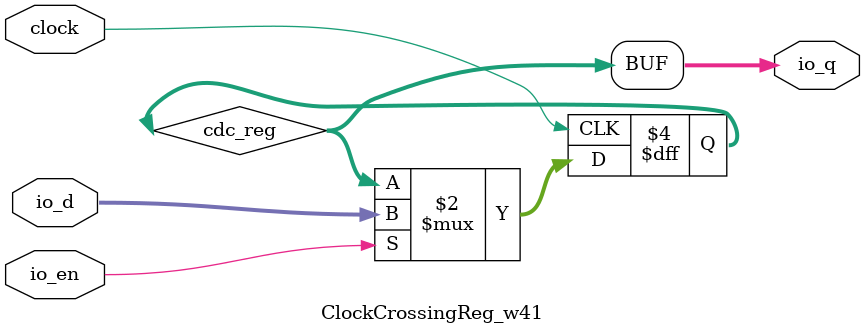
<source format=sv>
`ifndef RANDOMIZE
  `ifdef RANDOMIZE_MEM_INIT
    `define RANDOMIZE
  `endif // RANDOMIZE_MEM_INIT
`endif // not def RANDOMIZE
`ifndef RANDOMIZE
  `ifdef RANDOMIZE_REG_INIT
    `define RANDOMIZE
  `endif // RANDOMIZE_REG_INIT
`endif // not def RANDOMIZE

`ifndef RANDOM
  `define RANDOM $random
`endif // not def RANDOM

// Users can define INIT_RANDOM as general code that gets injected into the
// initializer block for modules with registers.
`ifndef INIT_RANDOM
  `define INIT_RANDOM
`endif // not def INIT_RANDOM

// If using random initialization, you can also define RANDOMIZE_DELAY to
// customize the delay used, otherwise 0.002 is used.
`ifndef RANDOMIZE_DELAY
  `define RANDOMIZE_DELAY 0.002
`endif // not def RANDOMIZE_DELAY

// Define INIT_RANDOM_PROLOG_ for use in our modules below.
`ifndef INIT_RANDOM_PROLOG_
  `ifdef RANDOMIZE
    `ifdef VERILATOR
      `define INIT_RANDOM_PROLOG_ `INIT_RANDOM
    `else  // VERILATOR
      `define INIT_RANDOM_PROLOG_ `INIT_RANDOM #`RANDOMIZE_DELAY begin end
    `endif // VERILATOR
  `else  // RANDOMIZE
    `define INIT_RANDOM_PROLOG_
  `endif // RANDOMIZE
`endif // not def INIT_RANDOM_PROLOG_

// Include register initializers in init blocks unless synthesis is set
`ifndef SYNTHESIS
  `ifndef ENABLE_INITIAL_REG_
    `define ENABLE_INITIAL_REG_
  `endif // not def ENABLE_INITIAL_REG_
`endif // not def SYNTHESIS

// Include rmemory initializers in init blocks unless synthesis is set
`ifndef SYNTHESIS
  `ifndef ENABLE_INITIAL_MEM_
    `define ENABLE_INITIAL_MEM_
  `endif // not def ENABLE_INITIAL_MEM_
`endif // not def SYNTHESIS

// Standard header to adapt well known macros for prints and assertions.

// Users can define 'PRINTF_COND' to add an extra gate to prints.
`ifndef PRINTF_COND_
  `ifdef PRINTF_COND
    `define PRINTF_COND_ (`PRINTF_COND)
  `else  // PRINTF_COND
    `define PRINTF_COND_ 1
  `endif // PRINTF_COND
`endif // not def PRINTF_COND_

// Users can define 'ASSERT_VERBOSE_COND' to add an extra gate to assert error printing.
`ifndef ASSERT_VERBOSE_COND_
  `ifdef ASSERT_VERBOSE_COND
    `define ASSERT_VERBOSE_COND_ (`ASSERT_VERBOSE_COND)
  `else  // ASSERT_VERBOSE_COND
    `define ASSERT_VERBOSE_COND_ 1
  `endif // ASSERT_VERBOSE_COND
`endif // not def ASSERT_VERBOSE_COND_

// Users can define 'STOP_COND' to add an extra gate to stop conditions.
`ifndef STOP_COND_
  `ifdef STOP_COND
    `define STOP_COND_ (`STOP_COND)
  `else  // STOP_COND
    `define STOP_COND_ 1
  `endif // STOP_COND
`endif // not def STOP_COND_

module ClockCrossingReg_w41(
  input         clock,
  input  [40:0] io_d,	// @[generators/rocket-chip/src/main/scala/util/SynchronizerReg.scala:195:14]
  output [40:0] io_q,	// @[generators/rocket-chip/src/main/scala/util/SynchronizerReg.scala:195:14]
  input         io_en	// @[generators/rocket-chip/src/main/scala/util/SynchronizerReg.scala:195:14]
);

  reg [40:0] cdc_reg;	// @[generators/rocket-chip/src/main/scala/util/SynchronizerReg.scala:201:76]
  always @(posedge clock) begin
    if (io_en)	// @[generators/rocket-chip/src/main/scala/util/SynchronizerReg.scala:195:14]
      cdc_reg <= io_d;	// @[generators/rocket-chip/src/main/scala/util/SynchronizerReg.scala:201:76]
  end // always @(posedge)
  `ifdef ENABLE_INITIAL_REG_
    `ifdef FIRRTL_BEFORE_INITIAL
      `FIRRTL_BEFORE_INITIAL
    `endif // FIRRTL_BEFORE_INITIAL
    logic [31:0] _RANDOM[0:1];
    initial begin
      `ifdef INIT_RANDOM_PROLOG_
        `INIT_RANDOM_PROLOG_
      `endif // INIT_RANDOM_PROLOG_
      `ifdef RANDOMIZE_REG_INIT
        for (logic [1:0] i = 2'h0; i < 2'h2; i += 2'h1) begin
          _RANDOM[i[0]] = `RANDOM;
        end
        cdc_reg = {_RANDOM[1'h0], _RANDOM[1'h1][8:0]};	// @[generators/rocket-chip/src/main/scala/util/SynchronizerReg.scala:201:76]
      `endif // RANDOMIZE_REG_INIT
    end // initial
    `ifdef FIRRTL_AFTER_INITIAL
      `FIRRTL_AFTER_INITIAL
    `endif // FIRRTL_AFTER_INITIAL
  `endif // ENABLE_INITIAL_REG_
  assign io_q = cdc_reg;	// @[generators/rocket-chip/src/main/scala/util/SynchronizerReg.scala:201:76]
endmodule


</source>
